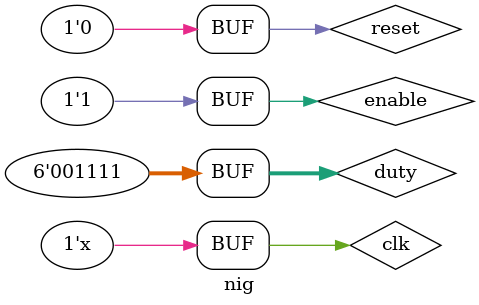
<source format=v>
module nig ;
  
reg [5:0] duty ;
reg enable,reset,clk;
wire pwm;

pwm_controled u1 (.duty(duty),.enable(enable),.reset(reset),.clk(clk),.pwm(pwm));
  
initial 
begin
 
clk= 1'b0;
#2 reset =1'b1;
#2 reset =1'b0;
duty =6'b001111;
end   
always #5 clk =~clk;
initial
begin
 enable =1'b1;
  
  
  
end  
endmodule  
</source>
